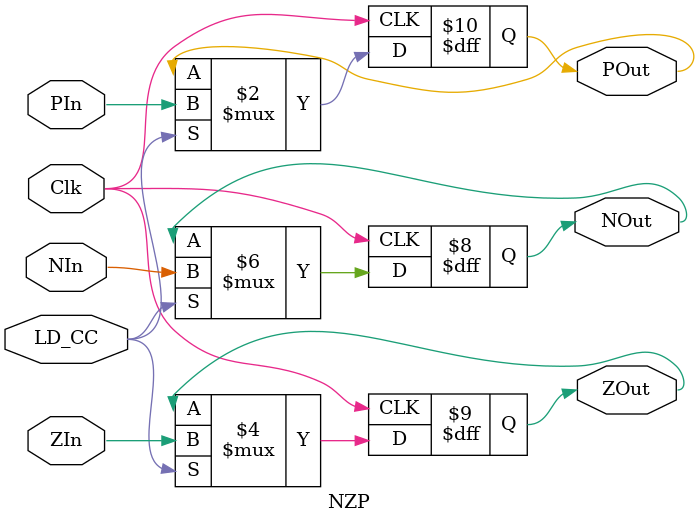
<source format=sv>
module NZP(input logic Clk, NIn, ZIn, PIn, LD_CC,
				output logic NOut, ZOut, POut);
				
				always_ff @ (posedge Clk)
					begin
						if(LD_CC) 
							begin 
								NOut <= NIn;
								ZOut <= ZIn;
								POut <= PIn;
								
							end
							
					end
endmodule 

</source>
